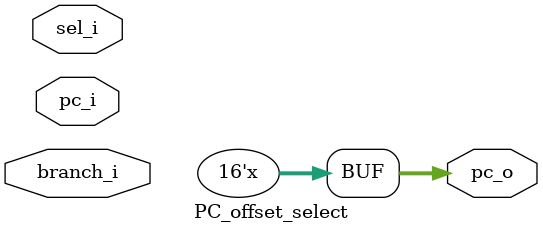
<source format=sv>




module PC_offset_select
#(
	parameter WORD = 16,
	parameter DEF_OFFS = 16'h2
 )
(
	input wire sel_i,
	input wire[WORD-1:0] branch_i, pc_i,
	output reg[WORD-1:0] pc_o
);

reg[WORD-1:0] offset;

always @ (*) begin
	if (sel_i)	offset <= branch_i;
	else		offset <= DEF_OFFS;

	pc_o <= pc_i + offset;
end

endmodule
</source>
